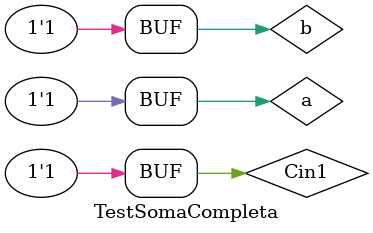
<source format=v>


module MS (Cout, Soma, x, y);

output Cout, Soma;
input x, y;

and AND1 (Soma, x, y);
xor XOR1 (Cout, x, y);

endmodule // MS

module SC (Cout1, Soma1, x1, y1, Cin);

output Cout1, Soma1;
input x1, y1, Cin;
wire t1, t2, t3;

MS MS1 (t1, t2, x1, y1);
MS MS2 (Soma1, t3, Cin, t1);
or Or1 (Cout1, t3, t2);

endmodule // SC

// ---------------------
// -- test Soma completa
// ---------------------

module TestSomaCompleta;

wire Cout2, Soma2;
reg a, b, Cin1;

// instancia
SC SC1 (Cout2, Soma2, a, b, Cin1);

// parte principal
 initial begin
      $display("\nguia04_02 - Ludmily Caldeira da Silva - 417290\n");
      $display("Test Soma completa\n");
      $display("\na  b  Cin  Cout  s\n");
      $monitor("%b  %b   %b    %b    %b", a, b, Cin1, Cout2, Soma2);
  
	     a=0; b=0; Cin1 =0;
    #1  a=0; b=0; Cin1 =1; 
    #1  a=0; b=1; Cin1 =0;
    #1  a=0; b=1; Cin1 =1; 
	 #1  a=1; b=0; Cin1 =0;
    #1  a=1; b=0; Cin1 =1; 
    #1  a=1; b=1; Cin1 =0;
    #1  a=1; b=1; Cin1 =1; 
	  
    end
 
endmodule // TestSomaCompleta 

/* Resultados obtidos

    guia04_02 - Ludmily Caldeira da Silva - 417290
    
    Test Soma completa
    
    
    a  b  Cin  Cout  s
    
    0  0   0    0    0
    0  0   1    0    1
    0  1   0    0    1
    0  1   1    1    0
    1  0   0    0    1
    1  0   1    1    0
    1  1   0    1    0
    1  1   1    1    1
    


*/
</source>
